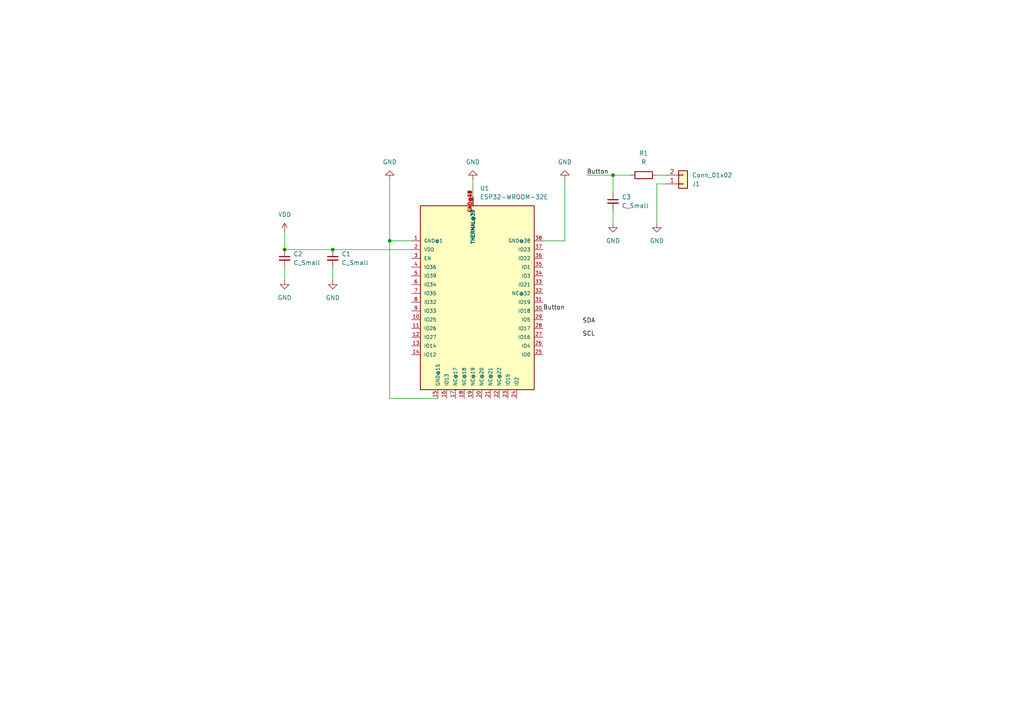
<source format=kicad_sch>
(kicad_sch (version 20230121) (generator eeschema)

  (uuid 87862d4b-6a79-4a3d-9f25-3cb925f6836f)

  (paper "A4")

  (lib_symbols
    (symbol "Connector_Generic:Conn_01x02" (pin_names (offset 1.016) hide) (in_bom yes) (on_board yes)
      (property "Reference" "J" (at 0 2.54 0)
        (effects (font (size 1.27 1.27)))
      )
      (property "Value" "Conn_01x02" (at 0 -5.08 0)
        (effects (font (size 1.27 1.27)))
      )
      (property "Footprint" "" (at 0 0 0)
        (effects (font (size 1.27 1.27)) hide)
      )
      (property "Datasheet" "~" (at 0 0 0)
        (effects (font (size 1.27 1.27)) hide)
      )
      (property "ki_keywords" "connector" (at 0 0 0)
        (effects (font (size 1.27 1.27)) hide)
      )
      (property "ki_description" "Generic connector, single row, 01x02, script generated (kicad-library-utils/schlib/autogen/connector/)" (at 0 0 0)
        (effects (font (size 1.27 1.27)) hide)
      )
      (property "ki_fp_filters" "Connector*:*_1x??_*" (at 0 0 0)
        (effects (font (size 1.27 1.27)) hide)
      )
      (symbol "Conn_01x02_1_1"
        (rectangle (start -1.27 -2.413) (end 0 -2.667)
          (stroke (width 0.1524) (type default))
          (fill (type none))
        )
        (rectangle (start -1.27 0.127) (end 0 -0.127)
          (stroke (width 0.1524) (type default))
          (fill (type none))
        )
        (rectangle (start -1.27 1.27) (end 1.27 -3.81)
          (stroke (width 0.254) (type default))
          (fill (type background))
        )
        (pin passive line (at -5.08 0 0) (length 3.81)
          (name "Pin_1" (effects (font (size 1.27 1.27))))
          (number "1" (effects (font (size 1.27 1.27))))
        )
        (pin passive line (at -5.08 -2.54 0) (length 3.81)
          (name "Pin_2" (effects (font (size 1.27 1.27))))
          (number "2" (effects (font (size 1.27 1.27))))
        )
      )
    )
    (symbol "Device:C_Small" (pin_numbers hide) (pin_names (offset 0.254) hide) (in_bom yes) (on_board yes)
      (property "Reference" "C" (at 0.254 1.778 0)
        (effects (font (size 1.27 1.27)) (justify left))
      )
      (property "Value" "C_Small" (at 0.254 -2.032 0)
        (effects (font (size 1.27 1.27)) (justify left))
      )
      (property "Footprint" "" (at 0 0 0)
        (effects (font (size 1.27 1.27)) hide)
      )
      (property "Datasheet" "~" (at 0 0 0)
        (effects (font (size 1.27 1.27)) hide)
      )
      (property "ki_keywords" "capacitor cap" (at 0 0 0)
        (effects (font (size 1.27 1.27)) hide)
      )
      (property "ki_description" "Unpolarized capacitor, small symbol" (at 0 0 0)
        (effects (font (size 1.27 1.27)) hide)
      )
      (property "ki_fp_filters" "C_*" (at 0 0 0)
        (effects (font (size 1.27 1.27)) hide)
      )
      (symbol "C_Small_0_1"
        (polyline
          (pts
            (xy -1.524 -0.508)
            (xy 1.524 -0.508)
          )
          (stroke (width 0.3302) (type default))
          (fill (type none))
        )
        (polyline
          (pts
            (xy -1.524 0.508)
            (xy 1.524 0.508)
          )
          (stroke (width 0.3048) (type default))
          (fill (type none))
        )
      )
      (symbol "C_Small_1_1"
        (pin passive line (at 0 2.54 270) (length 2.032)
          (name "~" (effects (font (size 1.27 1.27))))
          (number "1" (effects (font (size 1.27 1.27))))
        )
        (pin passive line (at 0 -2.54 90) (length 2.032)
          (name "~" (effects (font (size 1.27 1.27))))
          (number "2" (effects (font (size 1.27 1.27))))
        )
      )
    )
    (symbol "Device:R" (pin_numbers hide) (pin_names (offset 0)) (in_bom yes) (on_board yes)
      (property "Reference" "R" (at 2.032 0 90)
        (effects (font (size 1.27 1.27)))
      )
      (property "Value" "R" (at 0 0 90)
        (effects (font (size 1.27 1.27)))
      )
      (property "Footprint" "" (at -1.778 0 90)
        (effects (font (size 1.27 1.27)) hide)
      )
      (property "Datasheet" "~" (at 0 0 0)
        (effects (font (size 1.27 1.27)) hide)
      )
      (property "ki_keywords" "R res resistor" (at 0 0 0)
        (effects (font (size 1.27 1.27)) hide)
      )
      (property "ki_description" "Resistor" (at 0 0 0)
        (effects (font (size 1.27 1.27)) hide)
      )
      (property "ki_fp_filters" "R_*" (at 0 0 0)
        (effects (font (size 1.27 1.27)) hide)
      )
      (symbol "R_0_1"
        (rectangle (start -1.016 -2.54) (end 1.016 2.54)
          (stroke (width 0.254) (type default))
          (fill (type none))
        )
      )
      (symbol "R_1_1"
        (pin passive line (at 0 3.81 270) (length 1.27)
          (name "~" (effects (font (size 1.27 1.27))))
          (number "1" (effects (font (size 1.27 1.27))))
        )
        (pin passive line (at 0 -3.81 90) (length 1.27)
          (name "~" (effects (font (size 1.27 1.27))))
          (number "2" (effects (font (size 1.27 1.27))))
        )
      )
    )
    (symbol "ESP32-WROOM-32E:ESP32-WROOM-32E" (pin_names (offset 1.016)) (in_bom yes) (on_board yes)
      (property "Reference" "U" (at -17.78 30.48 0)
        (effects (font (size 1.27 1.27)) (justify left bottom))
      )
      (property "Value" "ESP32-WROOM-32E" (at -17.78 -38.1 0)
        (effects (font (size 1.27 1.27)) (justify left bottom))
      )
      (property "Footprint" "ESP32-WROOM-32E:ESP32-WROOM-32E" (at 0 0 0)
        (effects (font (size 1.27 1.27)) (justify bottom) hide)
      )
      (property "Datasheet" "" (at 0 0 0)
        (effects (font (size 1.27 1.27)) hide)
      )
      (property "MF" "Espressif Systems" (at 0 0 0)
        (effects (font (size 1.27 1.27)) (justify bottom) hide)
      )
      (property "Description" "\nRX TXRX MOD WIFI TRACE ANT SMD\n" (at 0 0 0)
        (effects (font (size 1.27 1.27)) (justify bottom) hide)
      )
      (property "Package" "SMD-44 Espressif Systems" (at 0 0 0)
        (effects (font (size 1.27 1.27)) (justify bottom) hide)
      )
      (property "Price" "None" (at 0 0 0)
        (effects (font (size 1.27 1.27)) (justify bottom) hide)
      )
      (property "SnapEDA_Link" "https://www.snapeda.com/parts/ESP32-WROOM-32E/Espressif+Systems/view-part/?ref=snap" (at 0 0 0)
        (effects (font (size 1.27 1.27)) (justify bottom) hide)
      )
      (property "MP" "ESP32-WROOM-32E" (at 0 0 0)
        (effects (font (size 1.27 1.27)) (justify bottom) hide)
      )
      (property "Availability" "Not in stock" (at 0 0 0)
        (effects (font (size 1.27 1.27)) (justify bottom) hide)
      )
      (property "Check_prices" "https://www.snapeda.com/parts/ESP32-WROOM-32E/Espressif+Systems/view-part/?ref=eda" (at 0 0 0)
        (effects (font (size 1.27 1.27)) (justify bottom) hide)
      )
      (symbol "ESP32-WROOM-32E_0_0"
        (rectangle (start -15.24 -30.48) (end 17.78 22.86)
          (stroke (width 0.254) (type default))
          (fill (type background))
        )
        (pin bidirectional line (at -17.78 12.7 0) (length 2.54)
          (name "GND@1" (effects (font (size 1.016 1.016))))
          (number "1" (effects (font (size 1.016 1.016))))
        )
        (pin bidirectional line (at -17.78 -10.16 0) (length 2.54)
          (name "IO25" (effects (font (size 1.016 1.016))))
          (number "10" (effects (font (size 1.016 1.016))))
        )
        (pin bidirectional line (at -17.78 -12.7 0) (length 2.54)
          (name "IO26" (effects (font (size 1.016 1.016))))
          (number "11" (effects (font (size 1.016 1.016))))
        )
        (pin bidirectional line (at -17.78 -15.24 0) (length 2.54)
          (name "IO27" (effects (font (size 1.016 1.016))))
          (number "12" (effects (font (size 1.016 1.016))))
        )
        (pin bidirectional line (at -17.78 -17.78 0) (length 2.54)
          (name "IO14" (effects (font (size 1.016 1.016))))
          (number "13" (effects (font (size 1.016 1.016))))
        )
        (pin bidirectional line (at -17.78 -20.32 0) (length 2.54)
          (name "IO12" (effects (font (size 1.016 1.016))))
          (number "14" (effects (font (size 1.016 1.016))))
        )
        (pin bidirectional line (at -10.16 -33.02 90) (length 2.54)
          (name "GND@15" (effects (font (size 1.016 1.016))))
          (number "15" (effects (font (size 1.016 1.016))))
        )
        (pin bidirectional line (at -7.62 -33.02 90) (length 2.54)
          (name "IO13" (effects (font (size 1.016 1.016))))
          (number "16" (effects (font (size 1.016 1.016))))
        )
        (pin bidirectional line (at -5.08 -33.02 90) (length 2.54)
          (name "NC@17" (effects (font (size 1.016 1.016))))
          (number "17" (effects (font (size 1.016 1.016))))
        )
        (pin bidirectional line (at -2.54 -33.02 90) (length 2.54)
          (name "NC@18" (effects (font (size 1.016 1.016))))
          (number "18" (effects (font (size 1.016 1.016))))
        )
        (pin bidirectional line (at 0 -33.02 90) (length 2.54)
          (name "NC@19" (effects (font (size 1.016 1.016))))
          (number "19" (effects (font (size 1.016 1.016))))
        )
        (pin bidirectional line (at -17.78 10.16 0) (length 2.54)
          (name "VDD" (effects (font (size 1.016 1.016))))
          (number "2" (effects (font (size 1.016 1.016))))
        )
        (pin bidirectional line (at 2.54 -33.02 90) (length 2.54)
          (name "NC@20" (effects (font (size 1.016 1.016))))
          (number "20" (effects (font (size 1.016 1.016))))
        )
        (pin bidirectional line (at 5.08 -33.02 90) (length 2.54)
          (name "NC@21" (effects (font (size 1.016 1.016))))
          (number "21" (effects (font (size 1.016 1.016))))
        )
        (pin bidirectional line (at 7.62 -33.02 90) (length 2.54)
          (name "NC@22" (effects (font (size 1.016 1.016))))
          (number "22" (effects (font (size 1.016 1.016))))
        )
        (pin bidirectional line (at 10.16 -33.02 90) (length 2.54)
          (name "IO15" (effects (font (size 1.016 1.016))))
          (number "23" (effects (font (size 1.016 1.016))))
        )
        (pin bidirectional line (at 12.7 -33.02 90) (length 2.54)
          (name "IO2" (effects (font (size 1.016 1.016))))
          (number "24" (effects (font (size 1.016 1.016))))
        )
        (pin bidirectional line (at 20.32 -20.32 180) (length 2.54)
          (name "IO0" (effects (font (size 1.016 1.016))))
          (number "25" (effects (font (size 1.016 1.016))))
        )
        (pin bidirectional line (at 20.32 -17.78 180) (length 2.54)
          (name "IO4" (effects (font (size 1.016 1.016))))
          (number "26" (effects (font (size 1.016 1.016))))
        )
        (pin bidirectional line (at 20.32 -15.24 180) (length 2.54)
          (name "IO16" (effects (font (size 1.016 1.016))))
          (number "27" (effects (font (size 1.016 1.016))))
        )
        (pin bidirectional line (at 20.32 -12.7 180) (length 2.54)
          (name "IO17" (effects (font (size 1.016 1.016))))
          (number "28" (effects (font (size 1.016 1.016))))
        )
        (pin bidirectional line (at 20.32 -10.16 180) (length 2.54)
          (name "IO5" (effects (font (size 1.016 1.016))))
          (number "29" (effects (font (size 1.016 1.016))))
        )
        (pin bidirectional line (at -17.78 7.62 0) (length 2.54)
          (name "EN" (effects (font (size 1.016 1.016))))
          (number "3" (effects (font (size 1.016 1.016))))
        )
        (pin bidirectional line (at 20.32 -7.62 180) (length 2.54)
          (name "IO18" (effects (font (size 1.016 1.016))))
          (number "30" (effects (font (size 1.016 1.016))))
        )
        (pin bidirectional line (at 20.32 -5.08 180) (length 2.54)
          (name "IO19" (effects (font (size 1.016 1.016))))
          (number "31" (effects (font (size 1.016 1.016))))
        )
        (pin bidirectional line (at 20.32 -2.54 180) (length 2.54)
          (name "NC@32" (effects (font (size 1.016 1.016))))
          (number "32" (effects (font (size 1.016 1.016))))
        )
        (pin bidirectional line (at 20.32 0 180) (length 2.54)
          (name "IO21" (effects (font (size 1.016 1.016))))
          (number "33" (effects (font (size 1.016 1.016))))
        )
        (pin bidirectional line (at 20.32 2.54 180) (length 2.54)
          (name "IO3" (effects (font (size 1.016 1.016))))
          (number "34" (effects (font (size 1.016 1.016))))
        )
        (pin bidirectional line (at 20.32 5.08 180) (length 2.54)
          (name "IO1" (effects (font (size 1.016 1.016))))
          (number "35" (effects (font (size 1.016 1.016))))
        )
        (pin bidirectional line (at 20.32 7.62 180) (length 2.54)
          (name "IO22" (effects (font (size 1.016 1.016))))
          (number "36" (effects (font (size 1.016 1.016))))
        )
        (pin bidirectional line (at 20.32 10.16 180) (length 2.54)
          (name "IO23" (effects (font (size 1.016 1.016))))
          (number "37" (effects (font (size 1.016 1.016))))
        )
        (pin bidirectional line (at 20.32 12.7 180) (length 2.54)
          (name "GND@38" (effects (font (size 1.016 1.016))))
          (number "38" (effects (font (size 1.016 1.016))))
        )
        (pin bidirectional line (at -17.78 5.08 0) (length 2.54)
          (name "IO36" (effects (font (size 1.016 1.016))))
          (number "4" (effects (font (size 1.016 1.016))))
        )
        (pin bidirectional line (at -17.78 2.54 0) (length 2.54)
          (name "IO39" (effects (font (size 1.016 1.016))))
          (number "5" (effects (font (size 1.016 1.016))))
        )
        (pin bidirectional line (at -17.78 0 0) (length 2.54)
          (name "IO34" (effects (font (size 1.016 1.016))))
          (number "6" (effects (font (size 1.016 1.016))))
        )
        (pin bidirectional line (at -17.78 -2.54 0) (length 2.54)
          (name "IO35" (effects (font (size 1.016 1.016))))
          (number "7" (effects (font (size 1.016 1.016))))
        )
        (pin bidirectional line (at -17.78 -5.08 0) (length 2.54)
          (name "IO32" (effects (font (size 1.016 1.016))))
          (number "8" (effects (font (size 1.016 1.016))))
        )
        (pin bidirectional line (at -17.78 -7.62 0) (length 2.54)
          (name "IO33" (effects (font (size 1.016 1.016))))
          (number "9" (effects (font (size 1.016 1.016))))
        )
        (pin bidirectional line (at 0 25.4 270) (length 2.54)
          (name "THERMAL@39" (effects (font (size 1.016 1.016))))
          (number "GND@39" (effects (font (size 1.016 1.016))))
        )
        (pin bidirectional line (at 0 25.4 270) (length 2.54)
          (name "THERMAL@39" (effects (font (size 1.016 1.016))))
          (number "GND@40" (effects (font (size 1.016 1.016))))
        )
        (pin bidirectional line (at 0 25.4 270) (length 2.54)
          (name "THERMAL@39" (effects (font (size 1.016 1.016))))
          (number "GND@41" (effects (font (size 1.016 1.016))))
        )
        (pin bidirectional line (at 0 25.4 270) (length 2.54)
          (name "THERMAL@39" (effects (font (size 1.016 1.016))))
          (number "GND@42" (effects (font (size 1.016 1.016))))
        )
        (pin bidirectional line (at 0 25.4 270) (length 2.54)
          (name "THERMAL@39" (effects (font (size 1.016 1.016))))
          (number "GND@43" (effects (font (size 1.016 1.016))))
        )
        (pin bidirectional line (at 0 25.4 270) (length 2.54)
          (name "THERMAL@39" (effects (font (size 1.016 1.016))))
          (number "GND@44" (effects (font (size 1.016 1.016))))
        )
        (pin bidirectional line (at 0 25.4 270) (length 2.54)
          (name "THERMAL@39" (effects (font (size 1.016 1.016))))
          (number "GND@45" (effects (font (size 1.016 1.016))))
        )
        (pin bidirectional line (at 0 25.4 270) (length 2.54)
          (name "THERMAL@39" (effects (font (size 1.016 1.016))))
          (number "GND@46" (effects (font (size 1.016 1.016))))
        )
        (pin bidirectional line (at 0 25.4 270) (length 2.54)
          (name "THERMAL@39" (effects (font (size 1.016 1.016))))
          (number "GND@47" (effects (font (size 1.016 1.016))))
        )
      )
    )
    (symbol "power:GND" (power) (pin_names (offset 0)) (in_bom yes) (on_board yes)
      (property "Reference" "#PWR" (at 0 -6.35 0)
        (effects (font (size 1.27 1.27)) hide)
      )
      (property "Value" "GND" (at 0 -3.81 0)
        (effects (font (size 1.27 1.27)))
      )
      (property "Footprint" "" (at 0 0 0)
        (effects (font (size 1.27 1.27)) hide)
      )
      (property "Datasheet" "" (at 0 0 0)
        (effects (font (size 1.27 1.27)) hide)
      )
      (property "ki_keywords" "global power" (at 0 0 0)
        (effects (font (size 1.27 1.27)) hide)
      )
      (property "ki_description" "Power symbol creates a global label with name \"GND\" , ground" (at 0 0 0)
        (effects (font (size 1.27 1.27)) hide)
      )
      (symbol "GND_0_1"
        (polyline
          (pts
            (xy 0 0)
            (xy 0 -1.27)
            (xy 1.27 -1.27)
            (xy 0 -2.54)
            (xy -1.27 -1.27)
            (xy 0 -1.27)
          )
          (stroke (width 0) (type default))
          (fill (type none))
        )
      )
      (symbol "GND_1_1"
        (pin power_in line (at 0 0 270) (length 0) hide
          (name "GND" (effects (font (size 1.27 1.27))))
          (number "1" (effects (font (size 1.27 1.27))))
        )
      )
    )
    (symbol "power:VDD" (power) (pin_names (offset 0)) (in_bom yes) (on_board yes)
      (property "Reference" "#PWR" (at 0 -3.81 0)
        (effects (font (size 1.27 1.27)) hide)
      )
      (property "Value" "VDD" (at 0 3.81 0)
        (effects (font (size 1.27 1.27)))
      )
      (property "Footprint" "" (at 0 0 0)
        (effects (font (size 1.27 1.27)) hide)
      )
      (property "Datasheet" "" (at 0 0 0)
        (effects (font (size 1.27 1.27)) hide)
      )
      (property "ki_keywords" "global power" (at 0 0 0)
        (effects (font (size 1.27 1.27)) hide)
      )
      (property "ki_description" "Power symbol creates a global label with name \"VDD\"" (at 0 0 0)
        (effects (font (size 1.27 1.27)) hide)
      )
      (symbol "VDD_0_1"
        (polyline
          (pts
            (xy -0.762 1.27)
            (xy 0 2.54)
          )
          (stroke (width 0) (type default))
          (fill (type none))
        )
        (polyline
          (pts
            (xy 0 0)
            (xy 0 2.54)
          )
          (stroke (width 0) (type default))
          (fill (type none))
        )
        (polyline
          (pts
            (xy 0 2.54)
            (xy 0.762 1.27)
          )
          (stroke (width 0) (type default))
          (fill (type none))
        )
      )
      (symbol "VDD_1_1"
        (pin power_in line (at 0 0 90) (length 0) hide
          (name "VDD" (effects (font (size 1.27 1.27))))
          (number "1" (effects (font (size 1.27 1.27))))
        )
      )
    )
  )

  (junction (at 113.03 69.85) (diameter 0) (color 0 0 0 0)
    (uuid 7dda8e0d-9b94-4ef0-9434-7cf080c9af4d)
  )
  (junction (at 177.8 50.8) (diameter 0) (color 0 0 0 0)
    (uuid cbafe9af-ccc6-4379-bf21-cbadc029c372)
  )
  (junction (at 96.52 72.39) (diameter 0) (color 0 0 0 0)
    (uuid dddb8027-5011-46ec-a89b-cd85746db1f9)
  )
  (junction (at 82.55 72.39) (diameter 0) (color 0 0 0 0)
    (uuid f2e415f2-f555-46ac-8caf-bf32c2d1a078)
  )

  (wire (pts (xy 96.52 72.39) (xy 119.38 72.39))
    (stroke (width 0) (type default))
    (uuid 014df864-1596-4af4-bf44-c5282a884247)
  )
  (wire (pts (xy 82.55 77.47) (xy 82.55 81.28))
    (stroke (width 0) (type default))
    (uuid 0e878c5d-f619-4c02-be44-a20297c71d5d)
  )
  (wire (pts (xy 190.5 53.34) (xy 190.5 64.77))
    (stroke (width 0) (type default))
    (uuid 0ea30211-f9f3-4e50-8ad4-97cf4f288a47)
  )
  (wire (pts (xy 177.8 50.8) (xy 177.8 55.88))
    (stroke (width 0) (type default))
    (uuid 1a93c317-d6d3-4a34-87e5-abe9a39d1407)
  )
  (wire (pts (xy 137.16 52.07) (xy 137.16 57.15))
    (stroke (width 0) (type default))
    (uuid 28f5a666-843b-47df-97ec-f48b81a91738)
  )
  (wire (pts (xy 163.83 69.85) (xy 163.83 52.07))
    (stroke (width 0) (type default))
    (uuid 3744b9d7-fda3-42ba-8a6d-88f629b2739d)
  )
  (wire (pts (xy 177.8 50.8) (xy 182.88 50.8))
    (stroke (width 0) (type default))
    (uuid 3f92973a-fdd9-4835-a820-19cfd34a4654)
  )
  (wire (pts (xy 113.03 69.85) (xy 119.38 69.85))
    (stroke (width 0) (type default))
    (uuid 50e1724b-ec76-496e-b2f7-2dc301b0baf9)
  )
  (wire (pts (xy 127 115.57) (xy 113.03 115.57))
    (stroke (width 0) (type default))
    (uuid 69d7a516-eae0-4180-978e-af549cc40dc7)
  )
  (wire (pts (xy 170.18 50.8) (xy 177.8 50.8))
    (stroke (width 0) (type default))
    (uuid 6d92d75a-269a-4f8b-8035-561a920a7b05)
  )
  (wire (pts (xy 190.5 50.8) (xy 193.04 50.8))
    (stroke (width 0) (type default))
    (uuid 8c709e81-ea0c-45a6-a5c4-0df7aa945c6c)
  )
  (wire (pts (xy 190.5 53.34) (xy 193.04 53.34))
    (stroke (width 0) (type default))
    (uuid 93a6cd03-691c-4e53-ae2d-3b020f0acb4c)
  )
  (wire (pts (xy 177.8 60.96) (xy 177.8 64.77))
    (stroke (width 0) (type default))
    (uuid 996b5bcd-6132-4a61-9a5d-2502264dc0a7)
  )
  (wire (pts (xy 96.52 77.47) (xy 96.52 81.28))
    (stroke (width 0) (type default))
    (uuid a0be0575-8243-476a-adf2-2112f7dc8212)
  )
  (wire (pts (xy 82.55 67.31) (xy 82.55 72.39))
    (stroke (width 0) (type default))
    (uuid bc7fbc6d-9978-4567-bede-253d22997b76)
  )
  (wire (pts (xy 157.48 69.85) (xy 163.83 69.85))
    (stroke (width 0) (type default))
    (uuid deb33eea-bb3b-4df6-9030-b7af260c4ffc)
  )
  (wire (pts (xy 113.03 115.57) (xy 113.03 69.85))
    (stroke (width 0) (type default))
    (uuid ec7f52ac-e6d8-49ef-9344-b6925789429a)
  )
  (wire (pts (xy 82.55 72.39) (xy 96.52 72.39))
    (stroke (width 0) (type default))
    (uuid f91234a3-dcaf-4274-8289-781b8833e71c)
  )
  (wire (pts (xy 113.03 52.07) (xy 113.03 69.85))
    (stroke (width 0) (type default))
    (uuid fdc838f2-d3d1-43cc-b602-fe6aa4fac795)
  )

  (label "Button" (at 157.48 90.17 0) (fields_autoplaced)
    (effects (font (size 1.27 1.27)) (justify left bottom))
    (uuid 004527d2-d6ee-4114-a657-bc3e7bbfb571)
  )
  (label "Button" (at 170.18 50.8 0) (fields_autoplaced)
    (effects (font (size 1.27 1.27)) (justify left bottom))
    (uuid 206b4c54-4b0c-4c4d-a94c-0a484d693d69)
  )
  (label "SDA" (at 168.91 93.98 0) (fields_autoplaced)
    (effects (font (size 1.27 1.27)) (justify left bottom))
    (uuid 2a26d9be-dfda-4f17-88e0-9a19f44664c3)
  )
  (label "SCL" (at 168.91 97.79 0) (fields_autoplaced)
    (effects (font (size 1.27 1.27)) (justify left bottom))
    (uuid f348122e-1d15-444b-92b3-12dfc032dda8)
  )

  (symbol (lib_id "Device:C_Small") (at 177.8 58.42 0) (unit 1)
    (in_bom yes) (on_board yes) (dnp no) (fields_autoplaced)
    (uuid 13e6e7d7-f9af-4839-ad29-051f2072534c)
    (property "Reference" "C3" (at 180.34 57.1563 0)
      (effects (font (size 1.27 1.27)) (justify left))
    )
    (property "Value" "C_Small" (at 180.34 59.6963 0)
      (effects (font (size 1.27 1.27)) (justify left))
    )
    (property "Footprint" "" (at 177.8 58.42 0)
      (effects (font (size 1.27 1.27)) hide)
    )
    (property "Datasheet" "~" (at 177.8 58.42 0)
      (effects (font (size 1.27 1.27)) hide)
    )
    (pin "1" (uuid 9c3ec726-9dba-4ea2-93cb-f807436d3642))
    (pin "2" (uuid 0ec8643a-5d02-4494-8c89-74ed1fed65a7))
    (instances
      (project "445 Control"
        (path "/87862d4b-6a79-4a3d-9f25-3cb925f6836f"
          (reference "C3") (unit 1)
        )
      )
    )
  )

  (symbol (lib_id "Device:C_Small") (at 96.52 74.93 0) (unit 1)
    (in_bom yes) (on_board yes) (dnp no) (fields_autoplaced)
    (uuid 2f831c70-66f6-438d-9d5c-7ab74e3322f5)
    (property "Reference" "C1" (at 99.06 73.6663 0)
      (effects (font (size 1.27 1.27)) (justify left))
    )
    (property "Value" "C_Small" (at 99.06 76.2063 0)
      (effects (font (size 1.27 1.27)) (justify left))
    )
    (property "Footprint" "" (at 96.52 74.93 0)
      (effects (font (size 1.27 1.27)) hide)
    )
    (property "Datasheet" "~" (at 96.52 74.93 0)
      (effects (font (size 1.27 1.27)) hide)
    )
    (pin "1" (uuid 61354257-ca97-4024-a96a-41651121c372))
    (pin "2" (uuid da307d62-63db-4018-b143-c12d32288aa5))
    (instances
      (project "445 Control"
        (path "/87862d4b-6a79-4a3d-9f25-3cb925f6836f"
          (reference "C1") (unit 1)
        )
      )
    )
  )

  (symbol (lib_id "power:GND") (at 177.8 64.77 0) (unit 1)
    (in_bom yes) (on_board yes) (dnp no) (fields_autoplaced)
    (uuid 4acb8435-0f4c-4906-9f77-bd6d48b44926)
    (property "Reference" "#PWR08" (at 177.8 71.12 0)
      (effects (font (size 1.27 1.27)) hide)
    )
    (property "Value" "GND" (at 177.8 69.85 0)
      (effects (font (size 1.27 1.27)))
    )
    (property "Footprint" "" (at 177.8 64.77 0)
      (effects (font (size 1.27 1.27)) hide)
    )
    (property "Datasheet" "" (at 177.8 64.77 0)
      (effects (font (size 1.27 1.27)) hide)
    )
    (pin "1" (uuid f65bfed9-9103-4cb5-8117-2106c449fbaf))
    (instances
      (project "445 Control"
        (path "/87862d4b-6a79-4a3d-9f25-3cb925f6836f"
          (reference "#PWR08") (unit 1)
        )
      )
    )
  )

  (symbol (lib_id "Device:R") (at 186.69 50.8 90) (unit 1)
    (in_bom yes) (on_board yes) (dnp no) (fields_autoplaced)
    (uuid 5090d2a4-c022-45be-82cf-b9772b97612e)
    (property "Reference" "R1" (at 186.69 44.45 90)
      (effects (font (size 1.27 1.27)))
    )
    (property "Value" "R" (at 186.69 46.99 90)
      (effects (font (size 1.27 1.27)))
    )
    (property "Footprint" "" (at 186.69 52.578 90)
      (effects (font (size 1.27 1.27)) hide)
    )
    (property "Datasheet" "~" (at 186.69 50.8 0)
      (effects (font (size 1.27 1.27)) hide)
    )
    (pin "1" (uuid 384a054d-54d8-45a7-8e85-d7c5a795b710))
    (pin "2" (uuid 9ddefce5-6639-405b-ac1b-998c372be366))
    (instances
      (project "445 Control"
        (path "/87862d4b-6a79-4a3d-9f25-3cb925f6836f"
          (reference "R1") (unit 1)
        )
      )
    )
  )

  (symbol (lib_id "power:GND") (at 137.16 52.07 0) (mirror x) (unit 1)
    (in_bom yes) (on_board yes) (dnp no)
    (uuid 7009265a-aefe-4e8f-a358-1c2e678aae7e)
    (property "Reference" "#PWR01" (at 137.16 45.72 0)
      (effects (font (size 1.27 1.27)) hide)
    )
    (property "Value" "GND" (at 137.16 46.99 0)
      (effects (font (size 1.27 1.27)))
    )
    (property "Footprint" "" (at 137.16 52.07 0)
      (effects (font (size 1.27 1.27)) hide)
    )
    (property "Datasheet" "" (at 137.16 52.07 0)
      (effects (font (size 1.27 1.27)) hide)
    )
    (pin "1" (uuid e2401cf6-5c88-413b-bb39-4c242fd1726a))
    (instances
      (project "445 Control"
        (path "/87862d4b-6a79-4a3d-9f25-3cb925f6836f"
          (reference "#PWR01") (unit 1)
        )
      )
    )
  )

  (symbol (lib_id "power:GND") (at 163.83 52.07 0) (mirror x) (unit 1)
    (in_bom yes) (on_board yes) (dnp no)
    (uuid 79827ba6-1e50-48be-8309-817828562298)
    (property "Reference" "#PWR06" (at 163.83 45.72 0)
      (effects (font (size 1.27 1.27)) hide)
    )
    (property "Value" "GND" (at 163.83 46.99 0)
      (effects (font (size 1.27 1.27)))
    )
    (property "Footprint" "" (at 163.83 52.07 0)
      (effects (font (size 1.27 1.27)) hide)
    )
    (property "Datasheet" "" (at 163.83 52.07 0)
      (effects (font (size 1.27 1.27)) hide)
    )
    (pin "1" (uuid 3723df25-f58e-4031-b282-db66eb4c70c6))
    (instances
      (project "445 Control"
        (path "/87862d4b-6a79-4a3d-9f25-3cb925f6836f"
          (reference "#PWR06") (unit 1)
        )
      )
    )
  )

  (symbol (lib_id "power:VDD") (at 82.55 67.31 0) (unit 1)
    (in_bom yes) (on_board yes) (dnp no) (fields_autoplaced)
    (uuid 8bc39a14-6a74-4bd3-93d5-1f6a7334c0d2)
    (property "Reference" "#PWR04" (at 82.55 71.12 0)
      (effects (font (size 1.27 1.27)) hide)
    )
    (property "Value" "VDD" (at 82.55 62.23 0)
      (effects (font (size 1.27 1.27)))
    )
    (property "Footprint" "" (at 82.55 67.31 0)
      (effects (font (size 1.27 1.27)) hide)
    )
    (property "Datasheet" "" (at 82.55 67.31 0)
      (effects (font (size 1.27 1.27)) hide)
    )
    (pin "1" (uuid 39f8b752-b8e3-46dd-8a47-a5d520ce44dd))
    (instances
      (project "445 Control"
        (path "/87862d4b-6a79-4a3d-9f25-3cb925f6836f"
          (reference "#PWR04") (unit 1)
        )
      )
    )
  )

  (symbol (lib_id "power:GND") (at 82.55 81.28 0) (unit 1)
    (in_bom yes) (on_board yes) (dnp no) (fields_autoplaced)
    (uuid 8da6448b-123d-44fd-bca3-0688da053d17)
    (property "Reference" "#PWR03" (at 82.55 87.63 0)
      (effects (font (size 1.27 1.27)) hide)
    )
    (property "Value" "GND" (at 82.55 86.36 0)
      (effects (font (size 1.27 1.27)))
    )
    (property "Footprint" "" (at 82.55 81.28 0)
      (effects (font (size 1.27 1.27)) hide)
    )
    (property "Datasheet" "" (at 82.55 81.28 0)
      (effects (font (size 1.27 1.27)) hide)
    )
    (pin "1" (uuid 78674837-8a04-451b-bfa6-969fdbe17902))
    (instances
      (project "445 Control"
        (path "/87862d4b-6a79-4a3d-9f25-3cb925f6836f"
          (reference "#PWR03") (unit 1)
        )
      )
    )
  )

  (symbol (lib_id "ESP32-WROOM-32E:ESP32-WROOM-32E") (at 137.16 82.55 0) (unit 1)
    (in_bom yes) (on_board yes) (dnp no) (fields_autoplaced)
    (uuid 995482f9-5a6e-4c70-8215-c40d2ed29e32)
    (property "Reference" "U1" (at 139.1794 54.61 0)
      (effects (font (size 1.27 1.27)) (justify left))
    )
    (property "Value" "ESP32-WROOM-32E" (at 139.1794 57.15 0)
      (effects (font (size 1.27 1.27)) (justify left))
    )
    (property "Footprint" "ESP32-WROOM-32E:ESP32-WROOM-32E" (at 137.16 82.55 0)
      (effects (font (size 1.27 1.27)) (justify bottom) hide)
    )
    (property "Datasheet" "" (at 137.16 82.55 0)
      (effects (font (size 1.27 1.27)) hide)
    )
    (property "MF" "Espressif Systems" (at 137.16 82.55 0)
      (effects (font (size 1.27 1.27)) (justify bottom) hide)
    )
    (property "Description" "\nRX TXRX MOD WIFI TRACE ANT SMD\n" (at 137.16 82.55 0)
      (effects (font (size 1.27 1.27)) (justify bottom) hide)
    )
    (property "Package" "SMD-44 Espressif Systems" (at 137.16 82.55 0)
      (effects (font (size 1.27 1.27)) (justify bottom) hide)
    )
    (property "Price" "None" (at 137.16 82.55 0)
      (effects (font (size 1.27 1.27)) (justify bottom) hide)
    )
    (property "SnapEDA_Link" "https://www.snapeda.com/parts/ESP32-WROOM-32E/Espressif+Systems/view-part/?ref=snap" (at 137.16 82.55 0)
      (effects (font (size 1.27 1.27)) (justify bottom) hide)
    )
    (property "MP" "ESP32-WROOM-32E" (at 137.16 82.55 0)
      (effects (font (size 1.27 1.27)) (justify bottom) hide)
    )
    (property "Availability" "Not in stock" (at 137.16 82.55 0)
      (effects (font (size 1.27 1.27)) (justify bottom) hide)
    )
    (property "Check_prices" "https://www.snapeda.com/parts/ESP32-WROOM-32E/Espressif+Systems/view-part/?ref=eda" (at 137.16 82.55 0)
      (effects (font (size 1.27 1.27)) (justify bottom) hide)
    )
    (pin "27" (uuid d694a741-db34-4bb0-be91-5f0a9acf0fed))
    (pin "28" (uuid 52e17b7b-20a0-43e8-973e-c5b8cb72f2bb))
    (pin "2" (uuid 927c1c9a-9dd0-4091-a3f1-c977d0765bcb))
    (pin "20" (uuid 1d019018-35ea-4f1f-bbdb-61571f655094))
    (pin "22" (uuid 210f1af6-4966-4488-b918-41639931ffad))
    (pin "21" (uuid 45726cbf-eb51-413b-bc8f-2c142963add1))
    (pin "23" (uuid 071bae94-1e2e-42ae-a018-17dcc637214d))
    (pin "19" (uuid 887df86e-1308-4279-b915-5d02bfca2935))
    (pin "24" (uuid 8818669a-21b1-43e6-a8cc-a6345591b74b))
    (pin "25" (uuid 847bb1f1-d505-4089-925c-c83d45bdeedd))
    (pin "26" (uuid 1049ded2-ca06-4f82-9bf8-f06e70ffa265))
    (pin "29" (uuid db66c871-faaf-4141-b94b-41b593be960f))
    (pin "3" (uuid 8b5255ea-36a2-4f48-b272-1c200eb3816f))
    (pin "37" (uuid 98be2cd8-7b53-41f0-bfa3-df8dabee5d0d))
    (pin "38" (uuid 993f5643-a2a6-404f-bc33-3581baea8991))
    (pin "33" (uuid 676085dd-ce90-41b4-8b98-f98fbcb53377))
    (pin "5" (uuid d13ac8d4-9088-42c0-ab8d-54029e794192))
    (pin "6" (uuid 2b0229ed-aa87-44f8-9317-f6425803634e))
    (pin "4" (uuid 3bdf00b6-f7ba-43c5-8f7f-a98cffd800fb))
    (pin "7" (uuid 465015b5-b5c8-47cf-b827-fee6096da7e5))
    (pin "31" (uuid d86d51f3-8df2-4084-9cd9-a040efbf758c))
    (pin "34" (uuid 03fabd22-920f-412d-88ab-bb36171f4833))
    (pin "30" (uuid 91960aee-a2d2-4e2e-833f-db4b77600ad6))
    (pin "32" (uuid 1d588878-ddc5-421b-b559-5166781983ae))
    (pin "35" (uuid ca4a9d0c-44f2-4351-8fd9-a968e22c90fa))
    (pin "36" (uuid 01b977de-c135-47f4-95d4-809314f08cc4))
    (pin "9" (uuid e5037c65-9010-4be6-8171-fd22bfc421c7))
    (pin "GND@43" (uuid 20680f85-bc38-4bf9-8064-b26399693084))
    (pin "GND@47" (uuid 3c159c0f-538a-4147-90ab-a4e8663e7592))
    (pin "GND@41" (uuid cd8b821d-cf83-4973-8949-f7fb70cbe18a))
    (pin "GND@45" (uuid 2bae45d2-4be2-4298-8f9e-cf15dab39f52))
    (pin "GND@39" (uuid 9cd5c1de-d178-4682-a10e-e603e013a6cc))
    (pin "GND@40" (uuid 750848a3-c624-4ee7-a01f-a950410b36cf))
    (pin "GND@42" (uuid 95741ef1-89d1-4e10-83ac-36ad18dd4038))
    (pin "GND@44" (uuid 56f7812c-2470-4a62-ae3a-b3a31b59f225))
    (pin "8" (uuid 97333a6a-5956-4015-99b2-2958921c0909))
    (pin "GND@46" (uuid c998b869-04a3-46dd-9728-d926fcdf23dc))
    (pin "13" (uuid 68f4e809-8e95-4a4f-952f-dff76f5953b5))
    (pin "14" (uuid dee69864-7107-401c-897c-25a6cd139bc6))
    (pin "16" (uuid 500f17ed-46fb-421b-bbff-d092d35481b9))
    (pin "15" (uuid b1dd8fbe-984c-418a-a391-7fdcff50ef12))
    (pin "12" (uuid 39d81241-c91e-407d-a57a-2135173839fb))
    (pin "17" (uuid eaf66d0b-b83b-4848-8ab4-9a6dea85d842))
    (pin "18" (uuid 91568456-ee04-4c8b-a3bf-f66f6fa61b87))
    (pin "10" (uuid 87875d30-15c5-47c2-a3a7-d54e85200dc2))
    (pin "1" (uuid 432d8e1d-7958-4e11-abc8-a000915a4555))
    (pin "11" (uuid d5431886-2549-430b-8d8a-bef64c688ebf))
    (instances
      (project "445 Control"
        (path "/87862d4b-6a79-4a3d-9f25-3cb925f6836f"
          (reference "U1") (unit 1)
        )
      )
    )
  )

  (symbol (lib_id "power:GND") (at 113.03 52.07 0) (mirror x) (unit 1)
    (in_bom yes) (on_board yes) (dnp no)
    (uuid a862c34a-4211-4b77-b04e-6ae1933121ab)
    (property "Reference" "#PWR05" (at 113.03 45.72 0)
      (effects (font (size 1.27 1.27)) hide)
    )
    (property "Value" "GND" (at 113.03 46.99 0)
      (effects (font (size 1.27 1.27)))
    )
    (property "Footprint" "" (at 113.03 52.07 0)
      (effects (font (size 1.27 1.27)) hide)
    )
    (property "Datasheet" "" (at 113.03 52.07 0)
      (effects (font (size 1.27 1.27)) hide)
    )
    (pin "1" (uuid 1756a0f8-b044-4691-8384-4a01a8604457))
    (instances
      (project "445 Control"
        (path "/87862d4b-6a79-4a3d-9f25-3cb925f6836f"
          (reference "#PWR05") (unit 1)
        )
      )
    )
  )

  (symbol (lib_id "power:GND") (at 96.52 81.28 0) (unit 1)
    (in_bom yes) (on_board yes) (dnp no) (fields_autoplaced)
    (uuid beebec52-04db-4f3d-a514-b361940e8d58)
    (property "Reference" "#PWR02" (at 96.52 87.63 0)
      (effects (font (size 1.27 1.27)) hide)
    )
    (property "Value" "GND" (at 96.52 86.36 0)
      (effects (font (size 1.27 1.27)))
    )
    (property "Footprint" "" (at 96.52 81.28 0)
      (effects (font (size 1.27 1.27)) hide)
    )
    (property "Datasheet" "" (at 96.52 81.28 0)
      (effects (font (size 1.27 1.27)) hide)
    )
    (pin "1" (uuid 2a455638-395a-4ade-a94f-e841429704bf))
    (instances
      (project "445 Control"
        (path "/87862d4b-6a79-4a3d-9f25-3cb925f6836f"
          (reference "#PWR02") (unit 1)
        )
      )
    )
  )

  (symbol (lib_id "power:GND") (at 190.5 64.77 0) (unit 1)
    (in_bom yes) (on_board yes) (dnp no) (fields_autoplaced)
    (uuid c7c40e0c-78bc-4e9a-b731-a8698b919695)
    (property "Reference" "#PWR010" (at 190.5 71.12 0)
      (effects (font (size 1.27 1.27)) hide)
    )
    (property "Value" "GND" (at 190.5 69.85 0)
      (effects (font (size 1.27 1.27)))
    )
    (property "Footprint" "" (at 190.5 64.77 0)
      (effects (font (size 1.27 1.27)) hide)
    )
    (property "Datasheet" "" (at 190.5 64.77 0)
      (effects (font (size 1.27 1.27)) hide)
    )
    (pin "1" (uuid 201ae875-b058-4f8d-8f3f-edd55263c3bc))
    (instances
      (project "445 Control"
        (path "/87862d4b-6a79-4a3d-9f25-3cb925f6836f"
          (reference "#PWR010") (unit 1)
        )
      )
    )
  )

  (symbol (lib_id "Connector_Generic:Conn_01x02") (at 198.12 53.34 0) (mirror x) (unit 1)
    (in_bom yes) (on_board yes) (dnp no)
    (uuid e0cc20ba-25be-480e-94b8-2266f9352c97)
    (property "Reference" "J1" (at 200.66 53.34 0)
      (effects (font (size 1.27 1.27)) (justify left))
    )
    (property "Value" "Conn_01x02" (at 200.66 50.8 0)
      (effects (font (size 1.27 1.27)) (justify left))
    )
    (property "Footprint" "" (at 198.12 53.34 0)
      (effects (font (size 1.27 1.27)) hide)
    )
    (property "Datasheet" "~" (at 198.12 53.34 0)
      (effects (font (size 1.27 1.27)) hide)
    )
    (pin "2" (uuid 17f675fe-c186-4fd1-9254-235814aef1f8))
    (pin "1" (uuid 5f9e1f06-8c93-4cf4-a72a-26ee3072e0cd))
    (instances
      (project "445 Control"
        (path "/87862d4b-6a79-4a3d-9f25-3cb925f6836f"
          (reference "J1") (unit 1)
        )
      )
    )
  )

  (symbol (lib_id "Device:C_Small") (at 82.55 74.93 0) (unit 1)
    (in_bom yes) (on_board yes) (dnp no) (fields_autoplaced)
    (uuid f361aa52-2dda-4b8a-b9d8-cdfb7bbad5b0)
    (property "Reference" "C2" (at 85.09 73.6663 0)
      (effects (font (size 1.27 1.27)) (justify left))
    )
    (property "Value" "C_Small" (at 85.09 76.2063 0)
      (effects (font (size 1.27 1.27)) (justify left))
    )
    (property "Footprint" "" (at 82.55 74.93 0)
      (effects (font (size 1.27 1.27)) hide)
    )
    (property "Datasheet" "~" (at 82.55 74.93 0)
      (effects (font (size 1.27 1.27)) hide)
    )
    (pin "1" (uuid f400cde2-c2ba-4546-a81d-e3721d8071a5))
    (pin "2" (uuid 94e1bbd5-b307-41e2-bb3a-d043a0b8d816))
    (instances
      (project "445 Control"
        (path "/87862d4b-6a79-4a3d-9f25-3cb925f6836f"
          (reference "C2") (unit 1)
        )
      )
    )
  )

  (sheet_instances
    (path "/" (page "1"))
  )
)

</source>
